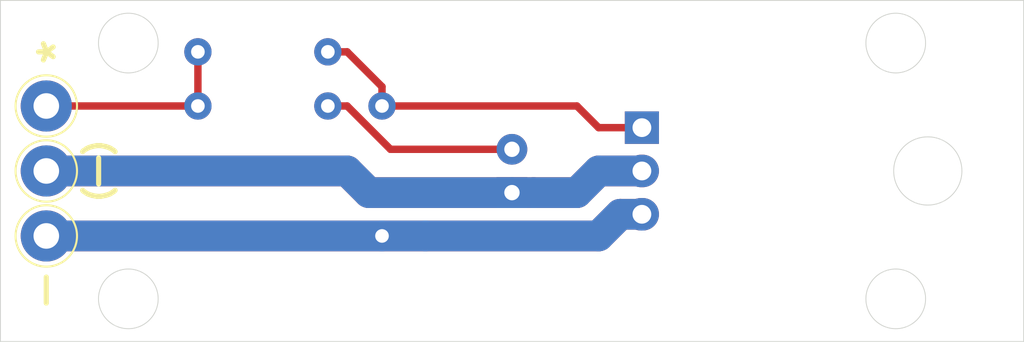
<source format=kicad_pcb>
(kicad_pcb (version 20171130) (host pcbnew 5.1.7-a382d34a8~87~ubuntu16.04.1)

  (general
    (thickness 1.6)
    (drawings 11)
    (tracks 35)
    (zones 0)
    (modules 8)
    (nets 6)
  )

  (page A4)
  (layers
    (0 F.Cu signal)
    (31 B.Cu signal)
    (32 B.Adhes user)
    (33 F.Adhes user)
    (34 B.Paste user)
    (35 F.Paste user)
    (36 B.SilkS user)
    (37 F.SilkS user)
    (38 B.Mask user)
    (39 F.Mask user)
    (40 Dwgs.User user)
    (41 Cmts.User user)
    (42 Eco1.User user)
    (43 Eco2.User user)
    (44 Edge.Cuts user)
    (45 Margin user)
    (46 B.CrtYd user)
    (47 F.CrtYd user)
    (48 B.Fab user)
    (49 F.Fab user hide)
  )

  (setup
    (last_trace_width 0.25)
    (user_trace_width 0.435)
    (user_trace_width 1.8)
    (trace_clearance 0.2)
    (zone_clearance 0.6525)
    (zone_45_only no)
    (trace_min 0.2)
    (via_size 0.8)
    (via_drill 0.4)
    (via_min_size 0.4)
    (via_min_drill 0.3)
    (uvia_size 0.3)
    (uvia_drill 0.1)
    (uvias_allowed no)
    (uvia_min_size 0.2)
    (uvia_min_drill 0.1)
    (edge_width 0.1)
    (segment_width 0.2)
    (pcb_text_width 0.3)
    (pcb_text_size 1.5 1.5)
    (mod_edge_width 0.15)
    (mod_text_size 1 1)
    (mod_text_width 0.15)
    (pad_size 1.524 1.524)
    (pad_drill 0.762)
    (pad_to_mask_clearance 0)
    (aux_axis_origin 0 0)
    (visible_elements FFFFFF7F)
    (pcbplotparams
      (layerselection 0x010f0_ffffffff)
      (usegerberextensions false)
      (usegerberattributes false)
      (usegerberadvancedattributes false)
      (creategerberjobfile false)
      (excludeedgelayer true)
      (linewidth 0.100000)
      (plotframeref false)
      (viasonmask false)
      (mode 1)
      (useauxorigin false)
      (hpglpennumber 1)
      (hpglpenspeed 20)
      (hpglpendiameter 15.000000)
      (psnegative false)
      (psa4output false)
      (plotreference true)
      (plotvalue true)
      (plotinvisibletext false)
      (padsonsilk false)
      (subtractmaskfromsilk false)
      (outputformat 1)
      (mirror false)
      (drillshape 0)
      (scaleselection 1)
      (outputdirectory "Gerber Files/"))
  )

  (net 0 "")
  (net 1 "Net-(D1-Pad1)")
  (net 2 "Net-(D1-Pad2)")
  (net 3 "Net-(Gate1-Pad1)")
  (net 4 "Net-(Q1-Pad1)")
  (net 5 "Net-(Q1-Pad3)")

  (net_class Default "This is the default net class."
    (clearance 0.2)
    (trace_width 0.25)
    (via_dia 0.8)
    (via_drill 0.4)
    (uvia_dia 0.3)
    (uvia_drill 0.1)
    (add_net "Net-(D1-Pad1)")
    (add_net "Net-(D1-Pad2)")
    (add_net "Net-(Gate1-Pad1)")
    (add_net "Net-(Q1-Pad1)")
    (add_net "Net-(Q1-Pad3)")
  )

  (module Package_TO_SOT_THT:TO-220-3_Vertical (layer F.Cu) (tedit 5E9D7FAA) (tstamp 5E9D7A7A)
    (at 98.425 60.96 270)
    (descr "TO-220-3, Vertical, RM 2.54mm, see https://www.vishay.com/docs/66542/to-220-1.pdf")
    (tags "TO-220-3 Vertical RM 2.54mm")
    (path /5E826248)
    (fp_text reference Q1 (at 2.54 -4.27 270) (layer F.SilkS) hide
      (effects (font (size 1 1) (thickness 0.15)))
    )
    (fp_text value IRF3205 (at 2.54 2.5 270) (layer F.Fab)
      (effects (font (size 1 1) (thickness 0.15)))
    )
    (fp_line (start -2.46 -3.15) (end -2.46 1.25) (layer F.Fab) (width 0.1))
    (fp_line (start -2.46 1.25) (end 7.54 1.25) (layer F.Fab) (width 0.1))
    (fp_line (start 7.54 1.25) (end 7.54 -3.15) (layer F.Fab) (width 0.1))
    (fp_line (start 7.54 -3.15) (end -2.46 -3.15) (layer F.Fab) (width 0.1))
    (fp_line (start -2.46 -1.88) (end 7.54 -1.88) (layer F.Fab) (width 0.1))
    (fp_line (start 0.69 -3.15) (end 0.69 -1.88) (layer F.Fab) (width 0.1))
    (fp_line (start 4.39 -3.15) (end 4.39 -1.88) (layer F.Fab) (width 0.1))
    (fp_line (start -2.71 -3.4) (end -2.71 1.51) (layer F.CrtYd) (width 0.05))
    (fp_line (start -2.71 1.51) (end 7.79 1.51) (layer F.CrtYd) (width 0.05))
    (fp_line (start 7.79 1.51) (end 7.79 -3.4) (layer F.CrtYd) (width 0.05))
    (fp_line (start 7.79 -3.4) (end -2.71 -3.4) (layer F.CrtYd) (width 0.05))
    (fp_text user %R (at 2.54 -4.27 270) (layer F.Fab)
      (effects (font (size 1 1) (thickness 0.15)))
    )
    (pad 3 thru_hole oval (at 5.08 0 270) (size 1.905 2) (drill 1.1) (layers *.Cu *.Mask)
      (net 5 "Net-(Q1-Pad3)"))
    (pad 2 thru_hole oval (at 2.54 0 270) (size 1.905 2) (drill 1.1) (layers *.Cu *.Mask)
      (net 1 "Net-(D1-Pad1)"))
    (pad 1 thru_hole rect (at 0 0 270) (size 1.905 2) (drill 1.1) (layers *.Cu *.Mask)
      (net 4 "Net-(Q1-Pad1)"))
    (model ${KISYS3DMOD}/Package_TO_SOT_THT.3dshapes/TO-220-3_Vertical.wrl
      (at (xyz 0 0 0))
      (scale (xyz 1 1 1))
      (rotate (xyz 0 0 0))
    )
  )

  (module LED_THT:LED_D5.0mm (layer F.Cu) (tedit 5E9D7F92) (tstamp 5E9D7A4C)
    (at 90.805 64.77 90)
    (descr "LED, diameter 5.0mm, 2 pins, http://cdn-reichelt.de/documents/datenblatt/A500/LL-504BC2E-009.pdf")
    (tags "LED diameter 5.0mm 2 pins")
    (path /5E9D8F96)
    (fp_text reference D1 (at 1.27 -3.96 90) (layer F.SilkS) hide
      (effects (font (size 1 1) (thickness 0.15)))
    )
    (fp_text value LED (at 1.27 3.96 90) (layer F.Fab)
      (effects (font (size 1 1) (thickness 0.15)))
    )
    (fp_circle (center 1.27 0) (end 3.77 0) (layer F.Fab) (width 0.1))
    (fp_line (start -1.23 -1.469694) (end -1.23 1.469694) (layer F.Fab) (width 0.1))
    (fp_line (start -1.95 -3.25) (end -1.95 3.25) (layer F.CrtYd) (width 0.05))
    (fp_line (start -1.95 3.25) (end 4.5 3.25) (layer F.CrtYd) (width 0.05))
    (fp_line (start 4.5 3.25) (end 4.5 -3.25) (layer F.CrtYd) (width 0.05))
    (fp_line (start 4.5 -3.25) (end -1.95 -3.25) (layer F.CrtYd) (width 0.05))
    (fp_text user %R (at 1.25 0 90) (layer F.Fab)
      (effects (font (size 0.8 0.8) (thickness 0.2)))
    )
    (fp_arc (start 1.27 0) (end -1.23 -1.469694) (angle 299.1) (layer F.Fab) (width 0.1))
    (pad 2 thru_hole circle (at 2.54 0 90) (size 1.8 1.8) (drill 0.9) (layers *.Cu *.Mask)
      (net 2 "Net-(D1-Pad2)"))
    (pad 1 thru_hole rect (at 0 0 90) (size 1.8 1.8) (drill 0.9) (layers *.Cu *.Mask)
      (net 1 "Net-(D1-Pad1)"))
    (model ${KISYS3DMOD}/LED_THT.3dshapes/LED_D5.0mm.wrl
      (at (xyz 0 0 0))
      (scale (xyz 1 1 1))
      (rotate (xyz 0 0 0))
    )
  )

  (module Resistor_THT:R_Axial_DIN0207_L6.3mm_D2.5mm_P7.62mm_Horizontal (layer F.Cu) (tedit 5E9D7F7E) (tstamp 5E9D7AA8)
    (at 83.185 59.69 270)
    (descr "Resistor, Axial_DIN0207 series, Axial, Horizontal, pin pitch=7.62mm, 0.25W = 1/4W, length*diameter=6.3*2.5mm^2, http://cdn-reichelt.de/documents/datenblatt/B400/1_4W%23YAG.pdf")
    (tags "Resistor Axial_DIN0207 series Axial Horizontal pin pitch 7.62mm 0.25W = 1/4W length 6.3mm diameter 2.5mm")
    (path /5E2B2718)
    (fp_text reference R2 (at 3.81 -2.37 270) (layer F.SilkS) hide
      (effects (font (size 1 1) (thickness 0.15)))
    )
    (fp_text value 100k (at 3.81 2.37 270) (layer F.Fab)
      (effects (font (size 1 1) (thickness 0.15)))
    )
    (fp_line (start 8.67 -1.5) (end -1.05 -1.5) (layer F.CrtYd) (width 0.05))
    (fp_line (start 8.67 1.5) (end 8.67 -1.5) (layer F.CrtYd) (width 0.05))
    (fp_line (start -1.05 1.5) (end 8.67 1.5) (layer F.CrtYd) (width 0.05))
    (fp_line (start -1.05 -1.5) (end -1.05 1.5) (layer F.CrtYd) (width 0.05))
    (fp_line (start 7.62 0) (end 6.96 0) (layer F.Fab) (width 0.1))
    (fp_line (start 0 0) (end 0.66 0) (layer F.Fab) (width 0.1))
    (fp_line (start 6.96 -1.25) (end 0.66 -1.25) (layer F.Fab) (width 0.1))
    (fp_line (start 6.96 1.25) (end 6.96 -1.25) (layer F.Fab) (width 0.1))
    (fp_line (start 0.66 1.25) (end 6.96 1.25) (layer F.Fab) (width 0.1))
    (fp_line (start 0.66 -1.25) (end 0.66 1.25) (layer F.Fab) (width 0.1))
    (fp_text user %R (at 3.81 0 270) (layer F.Fab)
      (effects (font (size 1 1) (thickness 0.15)))
    )
    (pad 1 thru_hole circle (at 0 0 270) (size 1.6 1.6) (drill 0.8) (layers *.Cu *.Mask)
      (net 4 "Net-(Q1-Pad1)"))
    (pad 2 thru_hole oval (at 7.62 0 270) (size 1.6 1.6) (drill 0.8) (layers *.Cu *.Mask)
      (net 5 "Net-(Q1-Pad3)"))
    (model ${KISYS3DMOD}/Resistor_THT.3dshapes/R_Axial_DIN0207_L6.3mm_D2.5mm_P7.62mm_Horizontal.wrl
      (at (xyz 0 0 0))
      (scale (xyz 1 1 1))
      (rotate (xyz 0 0 0))
    )
  )

  (module Resistor_THT:R_Axial_DIN0207_L6.3mm_D2.5mm_P7.62mm_Horizontal (layer F.Cu) (tedit 5E9D7F66) (tstamp 5E9D7A91)
    (at 80.01 56.515 180)
    (descr "Resistor, Axial_DIN0207 series, Axial, Horizontal, pin pitch=7.62mm, 0.25W = 1/4W, length*diameter=6.3*2.5mm^2, http://cdn-reichelt.de/documents/datenblatt/B400/1_4W%23YAG.pdf")
    (tags "Resistor Axial_DIN0207 series Axial Horizontal pin pitch 7.62mm 0.25W = 1/4W length 6.3mm diameter 2.5mm")
    (path /5E2B266B)
    (fp_text reference R1 (at 3.81 -2.37 180) (layer F.SilkS) hide
      (effects (font (size 1 1) (thickness 0.15)))
    )
    (fp_text value 1k (at 3.81 2.37 180) (layer F.Fab)
      (effects (font (size 1 1) (thickness 0.15)))
    )
    (fp_line (start 8.67 -1.5) (end -1.05 -1.5) (layer F.CrtYd) (width 0.05))
    (fp_line (start 8.67 1.5) (end 8.67 -1.5) (layer F.CrtYd) (width 0.05))
    (fp_line (start -1.05 1.5) (end 8.67 1.5) (layer F.CrtYd) (width 0.05))
    (fp_line (start -1.05 -1.5) (end -1.05 1.5) (layer F.CrtYd) (width 0.05))
    (fp_line (start 7.62 0) (end 6.96 0) (layer F.Fab) (width 0.1))
    (fp_line (start 0 0) (end 0.66 0) (layer F.Fab) (width 0.1))
    (fp_line (start 6.96 -1.25) (end 0.66 -1.25) (layer F.Fab) (width 0.1))
    (fp_line (start 6.96 1.25) (end 6.96 -1.25) (layer F.Fab) (width 0.1))
    (fp_line (start 0.66 1.25) (end 6.96 1.25) (layer F.Fab) (width 0.1))
    (fp_line (start 0.66 -1.25) (end 0.66 1.25) (layer F.Fab) (width 0.1))
    (fp_text user %R (at 3.81 0 180) (layer F.Fab)
      (effects (font (size 1 1) (thickness 0.15)))
    )
    (pad 1 thru_hole circle (at 0 0 180) (size 1.6 1.6) (drill 0.8) (layers *.Cu *.Mask)
      (net 4 "Net-(Q1-Pad1)"))
    (pad 2 thru_hole oval (at 7.62 0 180) (size 1.6 1.6) (drill 0.8) (layers *.Cu *.Mask)
      (net 3 "Net-(Gate1-Pad1)"))
    (model ${KISYS3DMOD}/Resistor_THT.3dshapes/R_Axial_DIN0207_L6.3mm_D2.5mm_P7.62mm_Horizontal.wrl
      (at (xyz 0 0 0))
      (scale (xyz 1 1 1))
      (rotate (xyz 0 0 0))
    )
  )

  (module Resistor_THT:R_Axial_DIN0207_L6.3mm_D2.5mm_P7.62mm_Horizontal (layer F.Cu) (tedit 5E9D7F52) (tstamp 5E9D7ABF)
    (at 80.01 59.69 180)
    (descr "Resistor, Axial_DIN0207 series, Axial, Horizontal, pin pitch=7.62mm, 0.25W = 1/4W, length*diameter=6.3*2.5mm^2, http://cdn-reichelt.de/documents/datenblatt/B400/1_4W%23YAG.pdf")
    (tags "Resistor Axial_DIN0207 series Axial Horizontal pin pitch 7.62mm 0.25W = 1/4W length 6.3mm diameter 2.5mm")
    (path /5E9D80AF)
    (fp_text reference R3 (at 3.81 -2.37 180) (layer F.SilkS) hide
      (effects (font (size 1 1) (thickness 0.15)))
    )
    (fp_text value 2.4k (at 3.81 2.37 180) (layer F.Fab)
      (effects (font (size 1 1) (thickness 0.15)))
    )
    (fp_line (start 0.66 -1.25) (end 0.66 1.25) (layer F.Fab) (width 0.1))
    (fp_line (start 0.66 1.25) (end 6.96 1.25) (layer F.Fab) (width 0.1))
    (fp_line (start 6.96 1.25) (end 6.96 -1.25) (layer F.Fab) (width 0.1))
    (fp_line (start 6.96 -1.25) (end 0.66 -1.25) (layer F.Fab) (width 0.1))
    (fp_line (start 0 0) (end 0.66 0) (layer F.Fab) (width 0.1))
    (fp_line (start 7.62 0) (end 6.96 0) (layer F.Fab) (width 0.1))
    (fp_line (start -1.05 -1.5) (end -1.05 1.5) (layer F.CrtYd) (width 0.05))
    (fp_line (start -1.05 1.5) (end 8.67 1.5) (layer F.CrtYd) (width 0.05))
    (fp_line (start 8.67 1.5) (end 8.67 -1.5) (layer F.CrtYd) (width 0.05))
    (fp_line (start 8.67 -1.5) (end -1.05 -1.5) (layer F.CrtYd) (width 0.05))
    (fp_text user %R (at 3.81 0 180) (layer F.Fab)
      (effects (font (size 1 1) (thickness 0.15)))
    )
    (pad 2 thru_hole oval (at 7.62 0 180) (size 1.6 1.6) (drill 0.8) (layers *.Cu *.Mask)
      (net 3 "Net-(Gate1-Pad1)"))
    (pad 1 thru_hole circle (at 0 0 180) (size 1.6 1.6) (drill 0.8) (layers *.Cu *.Mask)
      (net 2 "Net-(D1-Pad2)"))
    (model ${KISYS3DMOD}/Resistor_THT.3dshapes/R_Axial_DIN0207_L6.3mm_D2.5mm_P7.62mm_Horizontal.wrl
      (at (xyz 0 0 0))
      (scale (xyz 1 1 1))
      (rotate (xyz 0 0 0))
    )
  )

  (module Connector_Pin:Pin_D1.3mm_L11.0mm_LooseFit (layer F.Cu) (tedit 5A1DC085) (tstamp 5E9D7A56)
    (at 63.5 63.5)
    (descr "solder Pin_ diameter 1.3mm, hole diameter 1.5mm (loose fit), length 11.0mm")
    (tags "solder Pin_ loose fit")
    (path /5E2C1112)
    (fp_text reference - (at 2.921 0 270) (layer F.SilkS)
      (effects (font (size 2 2) (thickness 0.3)))
    )
    (fp_text value MountingHole_Pad (at 0 -2.05) (layer F.Fab)
      (effects (font (size 1 1) (thickness 0.15)))
    )
    (fp_circle (center 0 0) (end 2 0) (layer F.CrtYd) (width 0.05))
    (fp_circle (center 0 0) (end 0.65 -0.05) (layer F.Fab) (width 0.12))
    (fp_circle (center 0 0) (end 1.25 -0.05) (layer F.Fab) (width 0.12))
    (fp_circle (center 0 0) (end 1.8 0.05) (layer F.SilkS) (width 0.12))
    (fp_text user %R (at 0 2.55) (layer F.Fab)
      (effects (font (size 1 1) (thickness 0.15)))
    )
    (pad 1 thru_hole circle (at 0 0) (size 3 3) (drill 1.5) (layers *.Cu *.Mask)
      (net 1 "Net-(D1-Pad1)"))
    (model ${KISYS3DMOD}/Connector_Pin.3dshapes/Pin_D1.3mm_L11.0mm_LooseFit.wrl
      (at (xyz 0 0 0))
      (scale (xyz 1 1 1))
      (rotate (xyz 0 0 0))
    )
  )

  (module Connector_Pin:Pin_D1.3mm_L11.0mm_LooseFit (layer F.Cu) (tedit 5A1DC085) (tstamp 5E9D7A60)
    (at 63.5 59.69)
    (descr "solder Pin_ diameter 1.3mm, hole diameter 1.5mm (loose fit), length 11.0mm")
    (tags "solder Pin_ loose fit")
    (path /5E2BFE1E)
    (fp_text reference * (at 0.635 -3.175 270) (layer F.SilkS)
      (effects (font (size 2 2) (thickness 0.3)))
    )
    (fp_text value MountingHole_Pad (at 0 -2.05) (layer F.Fab)
      (effects (font (size 1 1) (thickness 0.15)))
    )
    (fp_circle (center 0 0) (end 1.8 0.05) (layer F.SilkS) (width 0.12))
    (fp_circle (center 0 0) (end 1.25 -0.05) (layer F.Fab) (width 0.12))
    (fp_circle (center 0 0) (end 0.65 -0.05) (layer F.Fab) (width 0.12))
    (fp_circle (center 0 0) (end 2 0) (layer F.CrtYd) (width 0.05))
    (fp_text user %R (at 0 2.55) (layer F.Fab)
      (effects (font (size 1 1) (thickness 0.15)))
    )
    (pad 1 thru_hole circle (at 0 0) (size 3 3) (drill 1.5) (layers *.Cu *.Mask)
      (net 3 "Net-(Gate1-Pad1)"))
    (model ${KISYS3DMOD}/Connector_Pin.3dshapes/Pin_D1.3mm_L11.0mm_LooseFit.wrl
      (at (xyz 0 0 0))
      (scale (xyz 1 1 1))
      (rotate (xyz 0 0 0))
    )
  )

  (module Connector_Pin:Pin_D1.3mm_L11.0mm_LooseFit (layer F.Cu) (tedit 5A1DC085) (tstamp 5E9D7AC9)
    (at 63.5 67.31)
    (descr "solder Pin_ diameter 1.3mm, hole diameter 1.5mm (loose fit), length 11.0mm")
    (tags "solder Pin_ loose fit")
    (path /5E2C157E)
    (fp_text reference - (at -0.15 3.175 270) (layer F.SilkS)
      (effects (font (size 2 2) (thickness 0.3)))
    )
    (fp_text value MountingHole_Pad (at 0 -2.05) (layer F.Fab)
      (effects (font (size 1 1) (thickness 0.15)))
    )
    (fp_circle (center 0 0) (end 1.8 0.05) (layer F.SilkS) (width 0.12))
    (fp_circle (center 0 0) (end 1.25 -0.05) (layer F.Fab) (width 0.12))
    (fp_circle (center 0 0) (end 0.65 -0.05) (layer F.Fab) (width 0.12))
    (fp_circle (center 0 0) (end 2 0) (layer F.CrtYd) (width 0.05))
    (fp_text user %R (at 0 2.55) (layer F.Fab)
      (effects (font (size 1 1) (thickness 0.15)))
    )
    (pad 1 thru_hole circle (at 0 0) (size 3 3) (drill 1.5) (layers *.Cu *.Mask)
      (net 5 "Net-(Q1-Pad3)"))
    (model ${KISYS3DMOD}/Connector_Pin.3dshapes/Pin_D1.3mm_L11.0mm_LooseFit.wrl
      (at (xyz 0 0 0))
      (scale (xyz 1 1 1))
      (rotate (xyz 0 0 0))
    )
  )

  (gr_line (start 60.96 63.5) (end 136.525 63.5) (layer F.Fab) (width 0.15))
  (gr_circle (center 115.189 63.5) (end 117.189 63.5) (layer Edge.Cuts) (width 0.05))
  (gr_line (start 60.81 53.5) (end 120.81 53.5) (layer Edge.Cuts) (width 0.05) (tstamp 5E9D7635))
  (gr_line (start 60.81 53.5) (end 60.81 73.5) (layer Edge.Cuts) (width 0.05) (tstamp 5E9D7634))
  (gr_line (start 60.81 73.5) (end 120.81 73.5) (layer Edge.Cuts) (width 0.05) (tstamp 5E9D7633))
  (gr_line (start 120.81 73.5) (end 120.81 53.5) (layer Edge.Cuts) (width 0.05) (tstamp 5E9D7632))
  (gr_circle (center 68.31 56) (end 70.06 56) (layer Edge.Cuts) (width 0.05) (tstamp 5E9D7631))
  (gr_circle (center 68.31 71) (end 70.06 71) (layer Edge.Cuts) (width 0.05) (tstamp 5E9D7630))
  (gr_circle (center 113.31 71) (end 115.06 71) (layer Edge.Cuts) (width 0.05) (tstamp 5E9D762F))
  (gr_circle (center 113.31 56) (end 115.06 56) (layer Edge.Cuts) (width 0.05) (tstamp 5E9D762E))
  (gr_text "(  )" (at 66.6685 63.5 270) (layer F.SilkS) (tstamp 5E9D762D)
    (effects (font (size 1.25 1.25) (thickness 0.3)))
  )

  (segment (start 81.14137 63.5) (end 63.5 63.5) (width 1.8) (layer F.Cu) (net 1))
  (segment (start 90.805 64.77) (end 82.41137 64.77) (width 1.8) (layer F.Cu) (net 1))
  (segment (start 82.41137 64.77) (end 81.14137 63.5) (width 1.8) (layer F.Cu) (net 1))
  (segment (start 98.425 63.5) (end 95.885 63.5) (width 1.8) (layer F.Cu) (net 1))
  (segment (start 92.075 64.77) (end 90.805 64.77) (width 1.8) (layer F.Cu) (net 1))
  (segment (start 95.885 63.5) (end 94.615 64.77) (width 1.8) (layer F.Cu) (net 1))
  (segment (start 94.615 64.77) (end 92.075 64.77) (width 1.8) (layer F.Cu) (net 1))
  (segment (start 95.885 63.5) (end 94.615 64.77) (width 1.8) (layer B.Cu) (net 1) (tstamp 5E9DF5C4))
  (segment (start 94.615 64.77) (end 92.075 64.77) (width 1.8) (layer B.Cu) (net 1) (tstamp 5E9DF5C5))
  (segment (start 98.425 63.5) (end 95.885 63.5) (width 1.8) (layer B.Cu) (net 1) (tstamp 5E9DF5C6))
  (segment (start 92.075 64.77) (end 90.805 64.77) (width 1.8) (layer B.Cu) (net 1) (tstamp 5E9DF5C8))
  (segment (start 81.14137 63.5) (end 63.5 63.5) (width 1.8) (layer B.Cu) (net 1) (tstamp 5E9DF5CD))
  (segment (start 82.41137 64.77) (end 81.14137 63.5) (width 1.8) (layer B.Cu) (net 1) (tstamp 5E9DF5CE))
  (segment (start 90.805 64.77) (end 82.41137 64.77) (width 1.8) (layer B.Cu) (net 1) (tstamp 5E9DF5CF))
  (segment (start 81.14137 59.69) (end 80.01 59.69) (width 0.435) (layer F.Cu) (net 2))
  (segment (start 83.68137 62.23) (end 81.14137 59.69) (width 0.435) (layer F.Cu) (net 2))
  (segment (start 90.805 62.23) (end 83.68137 62.23) (width 0.435) (layer F.Cu) (net 2))
  (segment (start 63.5 59.69) (end 72.39 59.69) (width 0.435) (layer F.Cu) (net 3))
  (segment (start 72.39 59.69) (end 72.39 56.515) (width 0.435) (layer F.Cu) (net 3))
  (segment (start 83.185 58.55863) (end 83.185 59.69) (width 0.435) (layer F.Cu) (net 4))
  (segment (start 81.14137 56.515) (end 83.185 58.55863) (width 0.435) (layer F.Cu) (net 4))
  (segment (start 80.01 56.515) (end 81.14137 56.515) (width 0.435) (layer F.Cu) (net 4))
  (segment (start 95.885 60.96) (end 98.425 60.96) (width 0.435) (layer F.Cu) (net 4))
  (segment (start 94.615 59.69) (end 95.885 60.96) (width 0.435) (layer F.Cu) (net 4))
  (segment (start 83.185 59.69) (end 94.615 59.69) (width 0.435) (layer F.Cu) (net 4))
  (segment (start 63.5 67.31) (end 83.185 67.31) (width 1.8) (layer F.Cu) (net 5))
  (segment (start 85.725 67.31) (end 83.185 67.31) (width 1.8) (layer F.Cu) (net 5))
  (segment (start 98.425 66.04) (end 97.155 66.04) (width 1.8) (layer F.Cu) (net 5))
  (segment (start 95.885 67.31) (end 85.725 67.31) (width 1.8) (layer F.Cu) (net 5))
  (segment (start 97.155 66.04) (end 95.885 67.31) (width 1.8) (layer F.Cu) (net 5))
  (segment (start 85.725 67.31) (end 83.185 67.31) (width 1.8) (layer B.Cu) (net 5) (tstamp 5E9DF5C7))
  (segment (start 63.5 67.31) (end 83.185 67.31) (width 1.8) (layer B.Cu) (net 5) (tstamp 5E9DF5C9))
  (segment (start 98.425 66.04) (end 97.155 66.04) (width 1.8) (layer B.Cu) (net 5) (tstamp 5E9DF5CA))
  (segment (start 95.885 67.31) (end 85.725 67.31) (width 1.8) (layer B.Cu) (net 5) (tstamp 5E9DF5CB))
  (segment (start 97.155 66.04) (end 95.885 67.31) (width 1.8) (layer B.Cu) (net 5) (tstamp 5E9DF5CC))

)

</source>
